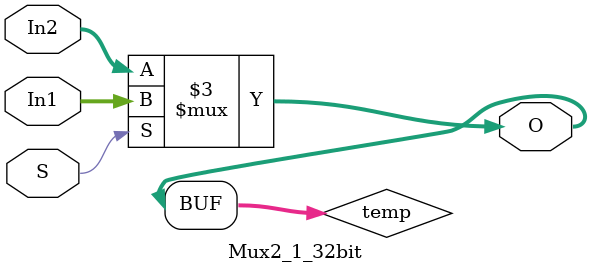
<source format=v>
module Mux2_1_32bit(O, In1, In2, S);
	input [31:0] In1, In2;
	input S;
	output [31:0] O;
	
	reg [31:0] temp;
	
	always @ (*)
	begin
		if (S)
			temp <= In1;
		else temp <= In2;
	end
	
	assign O = temp;
endmodule
</source>
